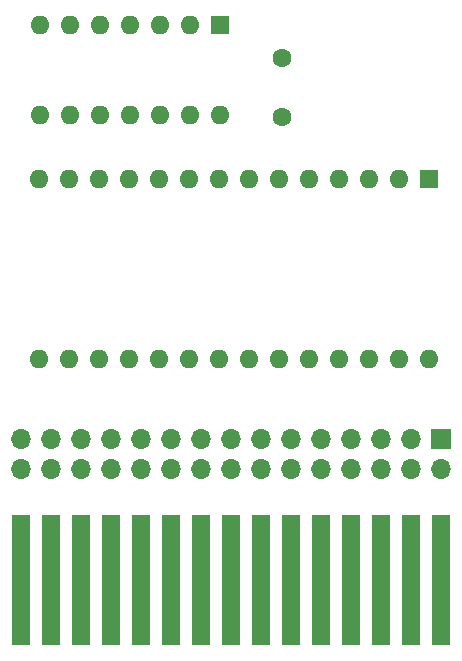
<source format=gbr>
%TF.GenerationSoftware,KiCad,Pcbnew,(6.0.5-0)*%
%TF.CreationDate,2022-07-06T11:09:22-04:00*%
%TF.ProjectId,SVI328MSX,53564933-3238-44d5-9358-2e6b69636164,rev?*%
%TF.SameCoordinates,Original*%
%TF.FileFunction,Soldermask,Bot*%
%TF.FilePolarity,Negative*%
%FSLAX46Y46*%
G04 Gerber Fmt 4.6, Leading zero omitted, Abs format (unit mm)*
G04 Created by KiCad (PCBNEW (6.0.5-0)) date 2022-07-06 11:09:22*
%MOMM*%
%LPD*%
G01*
G04 APERTURE LIST*
%ADD10R,1.500000X11.000000*%
%ADD11R,1.600000X1.600000*%
%ADD12O,1.600000X1.600000*%
%ADD13C,1.600000*%
%ADD14R,1.700000X1.700000*%
%ADD15O,1.700000X1.700000*%
G04 APERTURE END LIST*
D10*
%TO.C,J1*%
X152240000Y-98000000D03*
X149700000Y-98000000D03*
X147160000Y-98000000D03*
X144620000Y-98000000D03*
X142080000Y-98000000D03*
X139540000Y-98000000D03*
X137000000Y-98000000D03*
X134460000Y-98000000D03*
X131920000Y-98000000D03*
X129380000Y-98000000D03*
X126840000Y-98000000D03*
X124300000Y-98000000D03*
X121760000Y-98000000D03*
X119220000Y-98000000D03*
X116680000Y-98000000D03*
%TD*%
D11*
%TO.C,U2*%
X133500000Y-51000000D03*
D12*
X130960000Y-51000000D03*
X128420000Y-51000000D03*
X125880000Y-51000000D03*
X123340000Y-51000000D03*
X120800000Y-51000000D03*
X118260000Y-51000000D03*
X118260000Y-58620000D03*
X120800000Y-58620000D03*
X123340000Y-58620000D03*
X125880000Y-58620000D03*
X128420000Y-58620000D03*
X130960000Y-58620000D03*
X133500000Y-58620000D03*
%TD*%
D11*
%TO.C,U1*%
X151250000Y-64000000D03*
D12*
X148710000Y-64000000D03*
X146170000Y-64000000D03*
X143630000Y-64000000D03*
X141090000Y-64000000D03*
X138550000Y-64000000D03*
X136010000Y-64000000D03*
X133470000Y-64000000D03*
X130930000Y-64000000D03*
X128390000Y-64000000D03*
X125850000Y-64000000D03*
X123310000Y-64000000D03*
X120770000Y-64000000D03*
X118230000Y-64000000D03*
X118230000Y-79240000D03*
X120770000Y-79240000D03*
X123310000Y-79240000D03*
X125850000Y-79240000D03*
X128390000Y-79240000D03*
X130930000Y-79240000D03*
X133470000Y-79240000D03*
X136010000Y-79240000D03*
X138550000Y-79240000D03*
X141090000Y-79240000D03*
X143630000Y-79240000D03*
X146170000Y-79240000D03*
X148710000Y-79240000D03*
X151250000Y-79240000D03*
%TD*%
D13*
%TO.C,C1*%
X138750000Y-58750000D03*
X138750000Y-53750000D03*
%TD*%
D14*
%TO.C,J2*%
X152250000Y-86000000D03*
D15*
X152250000Y-88540000D03*
X149710000Y-86000000D03*
X149710000Y-88540000D03*
X147170000Y-86000000D03*
X147170000Y-88540000D03*
X144630000Y-86000000D03*
X144630000Y-88540000D03*
X142090000Y-86000000D03*
X142090000Y-88540000D03*
X139550000Y-86000000D03*
X139550000Y-88540000D03*
X137010000Y-86000000D03*
X137010000Y-88540000D03*
X134470000Y-86000000D03*
X134470000Y-88540000D03*
X131930000Y-86000000D03*
X131930000Y-88540000D03*
X129390000Y-86000000D03*
X129390000Y-88540000D03*
X126850000Y-86000000D03*
X126850000Y-88540000D03*
X124310000Y-86000000D03*
X124310000Y-88540000D03*
X121770000Y-86000000D03*
X121770000Y-88540000D03*
X119230000Y-86000000D03*
X119230000Y-88540000D03*
X116690000Y-86000000D03*
X116690000Y-88540000D03*
%TD*%
M02*

</source>
